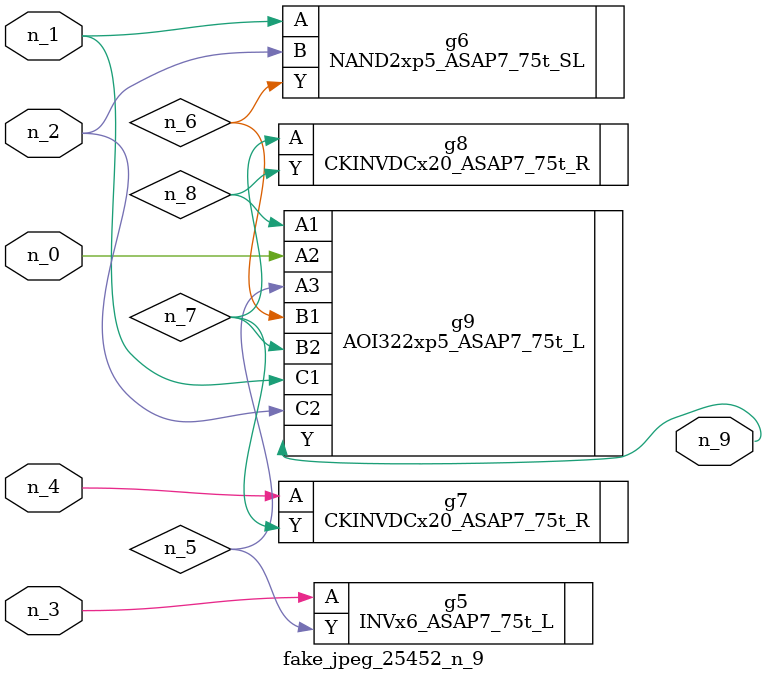
<source format=v>
module fake_jpeg_25452_n_9 (n_3, n_2, n_1, n_0, n_4, n_9);

input n_3;
input n_2;
input n_1;
input n_0;
input n_4;

output n_9;

wire n_8;
wire n_6;
wire n_5;
wire n_7;

INVx6_ASAP7_75t_L g5 ( 
.A(n_3),
.Y(n_5)
);

NAND2xp5_ASAP7_75t_SL g6 ( 
.A(n_1),
.B(n_2),
.Y(n_6)
);

CKINVDCx20_ASAP7_75t_R g7 ( 
.A(n_4),
.Y(n_7)
);

CKINVDCx20_ASAP7_75t_R g8 ( 
.A(n_7),
.Y(n_8)
);

AOI322xp5_ASAP7_75t_L g9 ( 
.A1(n_8),
.A2(n_0),
.A3(n_5),
.B1(n_6),
.B2(n_7),
.C1(n_1),
.C2(n_2),
.Y(n_9)
);


endmodule
</source>
